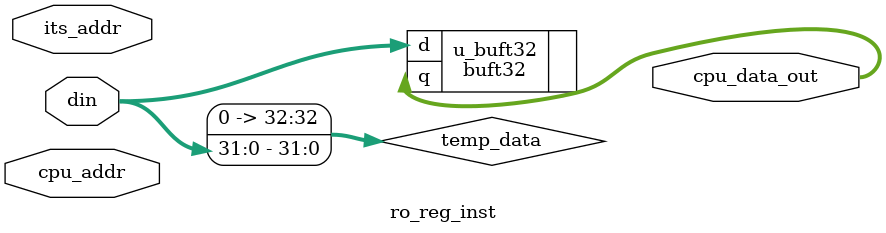
<source format=v>

module  ro_reg_inst
    (
    cpu_data_out,
    cpu_addr,
    its_addr,
    din
    );
////////////////////////////////////////////////////////////////////////////////
//  parameter declear
////////////////////////////////////////////////////////////////////////////////
parameter       VLD_WIDTH   = 32;
parameter       ADDR_WIDTH  = 13;
localparam      UDLY        = 1;

////////////////////////////////////////////////////////////////////////////////
//  input and output declear
////////////////////////////////////////////////////////////////////////////////
output  [31:0]              cpu_data_out;
input   [(ADDR_WIDTH-1):0]  cpu_addr;
input   [(ADDR_WIDTH-1):0]  its_addr;
input   [(VLD_WIDTH-1):0]   din;

////////////////////////////////////////////////////////////////////////////////
//  wire and reg declear
////////////////////////////////////////////////////////////////////////////////
wire    [(ADDR_WIDTH-1):0]  cpu_addr;
wire    [(ADDR_WIDTH-1):0]  its_addr;
wire    [(VLD_WIDTH-1):0]   din;

wire                        addr_hit;
wire    [31:0]              cpu_data_out;
wire    [32:0]              temp_data;

////////////////////////////////////////////////////////////////////////////////
//  logic design begin
////////////////////////////////////////////////////////////////////////////////

//  address match
assign  addr_hit    = (cpu_addr == its_addr) ? 1'b1 : 1'b0;

//  read
assign  temp_data   = { {(33-VLD_WIDTH){1'b0}},din };
buft32 u_buft32
    (
    .q      ( cpu_data_out      ),
    .d      ( temp_data[31:0]   )
    );

endmodule

</source>
